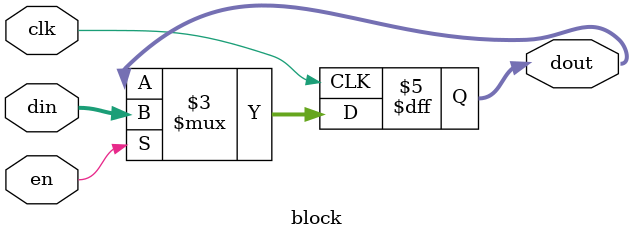
<source format=sv>
module block(
  input clk,en,
  input [4:0]din,
  output reg [4:0]dout
);
  always@(posedge clk)begin
    if(en)
      dout=din;
  end
endmodule

</source>
